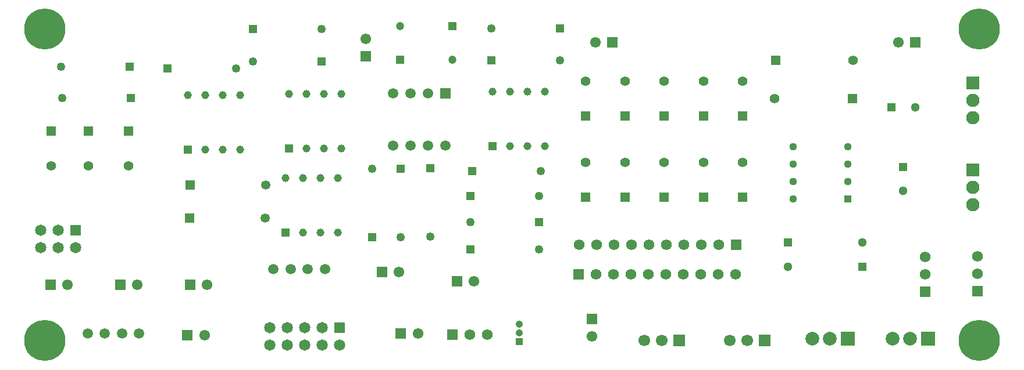
<source format=gbr>
G04*
G04 #@! TF.GenerationSoftware,Altium Limited,Altium Designer,23.3.1 (30)*
G04*
G04 Layer_Color=255*
%FSLAX44Y44*%
%MOMM*%
G71*
G04*
G04 #@! TF.SameCoordinates,EAF1F0D8-16AB-4789-B3CC-ED1B898C5CC7*
G04*
G04*
G04 #@! TF.FilePolarity,Positive*
G04*
G01*
G75*
%ADD19C,1.5500*%
%ADD20R,1.5500X1.5500*%
%ADD23C,1.2000*%
%ADD24R,1.2000X1.2000*%
%ADD25R,1.3000X1.3000*%
%ADD26C,1.3000*%
%ADD31C,1.4000*%
%ADD32R,1.4000X1.4000*%
%ADD35R,1.3000X1.3000*%
%ADD37R,1.5500X1.5500*%
%ADD41C,1.2500*%
%ADD42R,1.2500X1.2500*%
%ADD43R,1.5660X1.5660*%
%ADD44C,1.5660*%
%ADD46R,1.2500X1.2500*%
%ADD47C,1.3500*%
%ADD48R,1.3500X1.3500*%
%ADD53C,2.0000*%
%ADD54R,2.0000X2.0000*%
%ADD60R,1.6500X1.6500*%
%ADD61C,1.6500*%
%ADD62C,1.5000*%
%ADD63C,1.5750*%
%ADD64R,1.5750X1.5750*%
%ADD65C,1.9350*%
%ADD66R,1.9350X1.9350*%
%ADD67R,1.4000X1.4000*%
%ADD68C,1.1300*%
%ADD69R,1.1300X1.1300*%
%ADD70C,6.0000*%
%ADD71R,1.5750X1.5750*%
%ADD72R,1.1600X1.1600*%
%ADD73C,1.1600*%
%ADD74R,1.5000X1.5000*%
%ADD75R,1.7000X1.7000*%
%ADD76C,1.7000*%
%ADD77C,1.0500*%
%ADD78R,1.0500X1.0500*%
D19*
X875773Y327660D02*
D03*
X568760Y398950D02*
D03*
X1129030Y323850D02*
D03*
X365560Y398950D02*
D03*
X467160Y398950D02*
D03*
X800100Y757790D02*
D03*
X564950Y325290D02*
D03*
X1134110Y753110D02*
D03*
X848360Y417830D02*
D03*
X957580Y403860D02*
D03*
X1575200Y753110D02*
D03*
D20*
X850772Y327660D02*
D03*
X543760Y398950D02*
D03*
X340560Y398950D02*
D03*
X442160Y398950D02*
D03*
X539950Y325290D02*
D03*
X1159110Y753110D02*
D03*
X823360Y417830D02*
D03*
X932580Y403860D02*
D03*
X1600200Y753110D02*
D03*
D23*
X849600Y776380D02*
D03*
X925860Y727710D02*
D03*
D24*
Y776380D02*
D03*
X849600Y727710D02*
D03*
D25*
X1564920Y657860D02*
D03*
D26*
X1599920D02*
D03*
X1414780Y425730D02*
D03*
X1582420Y536220D02*
D03*
X1522730Y460730D02*
D03*
D31*
X1348740Y695960D02*
D03*
X1395110Y670560D02*
D03*
X1120140Y695960D02*
D03*
X1348740Y577850D02*
D03*
X1177290Y695960D02*
D03*
X1291590D02*
D03*
X1234440D02*
D03*
X1291590Y577850D02*
D03*
X1234440D02*
D03*
X1177290D02*
D03*
X1120140D02*
D03*
X1509380Y726440D02*
D03*
X341630Y572770D02*
D03*
X396240D02*
D03*
X454660D02*
D03*
D32*
X1508110Y670560D02*
D03*
X1396380Y726440D02*
D03*
D35*
X1414780Y460730D02*
D03*
X1582420Y571220D02*
D03*
X1522730Y425730D02*
D03*
D37*
X1129030Y348850D02*
D03*
X800100Y732790D02*
D03*
D41*
X1054570Y565150D02*
D03*
X635800Y725170D02*
D03*
X1082510Y726440D02*
D03*
X982510Y773430D02*
D03*
X1052030Y528320D02*
D03*
Y450850D02*
D03*
X952030Y490220D02*
D03*
X850900Y468160D02*
D03*
X894080Y469430D02*
D03*
X808990Y568160D02*
D03*
X611340Y715010D02*
D03*
X735800Y772160D02*
D03*
X357670Y671830D02*
D03*
X356400Y717550D02*
D03*
D42*
X954570Y565150D02*
D03*
X735800Y725170D02*
D03*
X982510Y726440D02*
D03*
X1082510Y773430D02*
D03*
X952030Y528320D02*
D03*
Y450850D02*
D03*
X1052030Y490220D02*
D03*
X511340Y715010D02*
D03*
X635800Y772160D02*
D03*
X457670Y671830D02*
D03*
X456400Y717550D02*
D03*
D43*
X1109980Y414020D02*
D03*
X1339236Y457200D02*
D03*
D44*
X1135380Y414020D02*
D03*
X1160780D02*
D03*
X1186180D02*
D03*
X1211580D02*
D03*
X1236980D02*
D03*
X1262380D02*
D03*
X1287780D02*
D03*
X1313180D02*
D03*
X1338580D02*
D03*
X1313836Y457200D02*
D03*
X1288436D02*
D03*
X1263036D02*
D03*
X1237636D02*
D03*
X1212236D02*
D03*
X1186836D02*
D03*
X1161436D02*
D03*
X1136036D02*
D03*
X1110636D02*
D03*
D46*
X850900Y568160D02*
D03*
X894080Y569430D02*
D03*
X808990Y468160D02*
D03*
D47*
X654440Y544830D02*
D03*
X653170Y496570D02*
D03*
D48*
X544440Y544830D02*
D03*
X543170Y496570D02*
D03*
D53*
X1567180Y320040D02*
D03*
X1592680D02*
D03*
X1475840D02*
D03*
X1450340D02*
D03*
D54*
X1618180D02*
D03*
X1501340D02*
D03*
D60*
X377190Y478790D02*
D03*
X762000Y336487D02*
D03*
D61*
X377190Y453390D02*
D03*
X351790Y478790D02*
D03*
Y453390D02*
D03*
X326390Y478790D02*
D03*
Y453390D02*
D03*
X660400Y311087D02*
D03*
Y336487D02*
D03*
X685800Y311087D02*
D03*
Y336487D02*
D03*
X711200Y311087D02*
D03*
Y336487D02*
D03*
X736600Y311087D02*
D03*
Y336487D02*
D03*
X762000Y311087D02*
D03*
D62*
X394900Y327660D02*
D03*
X419900D02*
D03*
X444900D02*
D03*
X469900D02*
D03*
X665480Y421640D02*
D03*
X690480D02*
D03*
X715480D02*
D03*
X740480D02*
D03*
X839470Y601980D02*
D03*
X864870D02*
D03*
X890270D02*
D03*
X915670D02*
D03*
X839470Y678180D02*
D03*
X864870D02*
D03*
X890270D02*
D03*
D63*
X976630Y326390D02*
D03*
X951230D02*
D03*
X1690370Y415290D02*
D03*
Y440690D02*
D03*
X1614170Y414020D02*
D03*
Y439420D02*
D03*
D64*
X925830Y326390D02*
D03*
D65*
X1684020Y642620D02*
D03*
Y668020D02*
D03*
Y541020D02*
D03*
Y515620D02*
D03*
D66*
Y693420D02*
D03*
Y566420D02*
D03*
D67*
X1348740Y645160D02*
D03*
X1120140D02*
D03*
X1348740Y527050D02*
D03*
X1177290Y645160D02*
D03*
X1291590D02*
D03*
X1234440D02*
D03*
X1291590Y527050D02*
D03*
X1234440D02*
D03*
X1177290D02*
D03*
X1120140D02*
D03*
X341630Y623570D02*
D03*
X396240D02*
D03*
X454660D02*
D03*
D68*
X1422070Y524510D02*
D03*
Y549910D02*
D03*
Y575310D02*
D03*
Y600710D02*
D03*
X1501470D02*
D03*
Y575310D02*
D03*
Y549910D02*
D03*
D69*
Y524510D02*
D03*
D70*
X1692910Y317500D02*
D03*
Y772160D02*
D03*
X332740Y317500D02*
D03*
Y772160D02*
D03*
D71*
X1690370Y389890D02*
D03*
X1614170Y388620D02*
D03*
D72*
X984250Y601650D02*
D03*
X683260Y475590D02*
D03*
X688340Y597840D02*
D03*
X541020Y596570D02*
D03*
D73*
X1009650Y601650D02*
D03*
X1035050D02*
D03*
X1060450D02*
D03*
Y681050D02*
D03*
X1035050D02*
D03*
X1009650D02*
D03*
X984250D02*
D03*
X683260Y554990D02*
D03*
X708660D02*
D03*
X734060D02*
D03*
X759460D02*
D03*
Y475590D02*
D03*
X734060D02*
D03*
X708660D02*
D03*
X713740Y597840D02*
D03*
X739140D02*
D03*
X764540D02*
D03*
Y677240D02*
D03*
X739140D02*
D03*
X713740D02*
D03*
X688340D02*
D03*
X566420Y596570D02*
D03*
X591820D02*
D03*
X617220D02*
D03*
Y675970D02*
D03*
X591820D02*
D03*
X566420D02*
D03*
X541020D02*
D03*
D74*
X915670Y678180D02*
D03*
D75*
X1256030Y317500D02*
D03*
X1380490D02*
D03*
D76*
X1230630D02*
D03*
X1205230D02*
D03*
X1355090D02*
D03*
X1329690D02*
D03*
D77*
X1023620Y341630D02*
D03*
Y328930D02*
D03*
D78*
Y316230D02*
D03*
M02*

</source>
